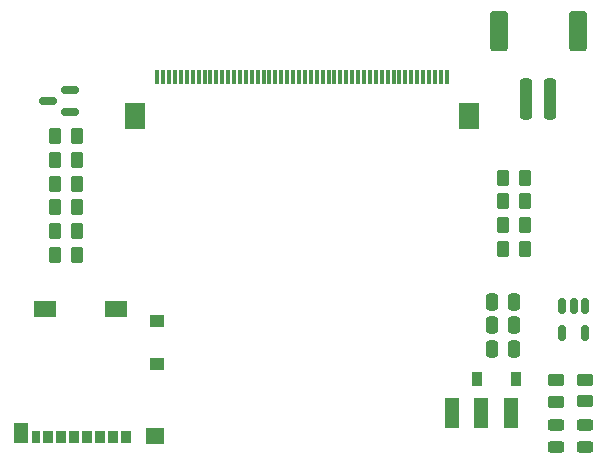
<source format=gbr>
%TF.GenerationSoftware,KiCad,Pcbnew,(6.0.6)*%
%TF.CreationDate,2022-12-20T00:37:19-06:00*%
%TF.ProjectId,Realm Card,5265616c-6d20-4436-9172-642e6b696361,A*%
%TF.SameCoordinates,Original*%
%TF.FileFunction,Paste,Top*%
%TF.FilePolarity,Positive*%
%FSLAX46Y46*%
G04 Gerber Fmt 4.6, Leading zero omitted, Abs format (unit mm)*
G04 Created by KiCad (PCBNEW (6.0.6)) date 2022-12-20 00:37:19*
%MOMM*%
%LPD*%
G01*
G04 APERTURE LIST*
G04 Aperture macros list*
%AMRoundRect*
0 Rectangle with rounded corners*
0 $1 Rounding radius*
0 $2 $3 $4 $5 $6 $7 $8 $9 X,Y pos of 4 corners*
0 Add a 4 corners polygon primitive as box body*
4,1,4,$2,$3,$4,$5,$6,$7,$8,$9,$2,$3,0*
0 Add four circle primitives for the rounded corners*
1,1,$1+$1,$2,$3*
1,1,$1+$1,$4,$5*
1,1,$1+$1,$6,$7*
1,1,$1+$1,$8,$9*
0 Add four rect primitives between the rounded corners*
20,1,$1+$1,$2,$3,$4,$5,0*
20,1,$1+$1,$4,$5,$6,$7,0*
20,1,$1+$1,$6,$7,$8,$9,0*
20,1,$1+$1,$8,$9,$2,$3,0*%
G04 Aperture macros list end*
%ADD10RoundRect,0.150000X-0.150000X0.512500X-0.150000X-0.512500X0.150000X-0.512500X0.150000X0.512500X0*%
%ADD11RoundRect,0.250000X-0.262500X-0.450000X0.262500X-0.450000X0.262500X0.450000X-0.262500X0.450000X0*%
%ADD12RoundRect,0.250000X0.262500X0.450000X-0.262500X0.450000X-0.262500X-0.450000X0.262500X-0.450000X0*%
%ADD13RoundRect,0.250000X-0.250000X-0.475000X0.250000X-0.475000X0.250000X0.475000X-0.250000X0.475000X0*%
%ADD14R,0.900000X1.200000*%
%ADD15RoundRect,0.243750X0.456250X-0.243750X0.456250X0.243750X-0.456250X0.243750X-0.456250X-0.243750X0*%
%ADD16R,0.850000X1.100000*%
%ADD17R,0.750000X1.100000*%
%ADD18R,1.200000X1.000000*%
%ADD19R,1.900000X1.350000*%
%ADD20R,1.170000X1.800000*%
%ADD21R,1.550000X1.350000*%
%ADD22RoundRect,0.250000X-0.450000X0.262500X-0.450000X-0.262500X0.450000X-0.262500X0.450000X0.262500X0*%
%ADD23RoundRect,0.250000X0.250000X1.500000X-0.250000X1.500000X-0.250000X-1.500000X0.250000X-1.500000X0*%
%ADD24RoundRect,0.250001X0.499999X1.449999X-0.499999X1.449999X-0.499999X-1.449999X0.499999X-1.449999X0*%
%ADD25R,1.250000X2.500000*%
%ADD26R,0.300000X1.300000*%
%ADD27R,1.800000X2.200000*%
%ADD28RoundRect,0.243750X-0.456250X0.243750X-0.456250X-0.243750X0.456250X-0.243750X0.456250X0.243750X0*%
%ADD29RoundRect,0.150000X0.587500X0.150000X-0.587500X0.150000X-0.587500X-0.150000X0.587500X-0.150000X0*%
G04 APERTURE END LIST*
D10*
%TO.C,U1*%
X48950000Y-25862500D03*
X48000000Y-25862500D03*
X47050000Y-25862500D03*
X47050000Y-28137500D03*
X48950000Y-28137500D03*
%TD*%
D11*
%TO.C,R5*%
X42050000Y-21000000D03*
X43875000Y-21000000D03*
%TD*%
D12*
%TO.C,R3*%
X43875000Y-19000000D03*
X42050000Y-19000000D03*
%TD*%
D11*
%TO.C,R2*%
X4087500Y-21500000D03*
X5912500Y-21500000D03*
%TD*%
%TO.C,R10*%
X4087500Y-15500000D03*
X5912500Y-15500000D03*
%TD*%
D13*
%TO.C,C1*%
X41050000Y-29500000D03*
X42950000Y-29500000D03*
%TD*%
D11*
%TO.C,R11*%
X4087500Y-13500000D03*
X5912500Y-13500000D03*
%TD*%
D14*
%TO.C,D3*%
X43150000Y-32000000D03*
X39850000Y-32000000D03*
%TD*%
D11*
%TO.C,R9*%
X4087500Y-19500000D03*
X5912500Y-19500000D03*
%TD*%
D15*
%TO.C,D2*%
X49000000Y-37805500D03*
X49000000Y-35930500D03*
%TD*%
D16*
%TO.C,J2*%
X10105000Y-36950000D03*
X9005000Y-36950000D03*
X7905000Y-36950000D03*
X6805000Y-36950000D03*
X5705000Y-36950000D03*
X4605000Y-36950000D03*
X3505000Y-36950000D03*
D17*
X2455000Y-36950000D03*
D18*
X12740000Y-30800000D03*
X12740000Y-27100000D03*
D19*
X3270000Y-26125000D03*
D20*
X1245000Y-36600000D03*
D21*
X12565000Y-36825000D03*
D19*
X9240000Y-26125000D03*
%TD*%
D11*
%TO.C,R8*%
X4087500Y-17500000D03*
X5912500Y-17500000D03*
%TD*%
D22*
%TO.C,R6*%
X46500000Y-32145500D03*
X46500000Y-33970500D03*
%TD*%
D12*
%TO.C,R12*%
X5912500Y-11500000D03*
X4087500Y-11500000D03*
%TD*%
%TO.C,R1*%
X43875000Y-15000000D03*
X42050000Y-15000000D03*
%TD*%
D13*
%TO.C,C2*%
X41050000Y-25500000D03*
X42950000Y-25500000D03*
%TD*%
D23*
%TO.C,J3*%
X46000000Y-8350000D03*
X44000000Y-8350000D03*
D24*
X48350000Y-2600000D03*
X41650000Y-2600000D03*
%TD*%
D25*
%TO.C,SW1*%
X37670000Y-34880000D03*
X40170000Y-34880000D03*
X42670000Y-34880000D03*
%TD*%
D11*
%TO.C,R4*%
X42050000Y-17000000D03*
X43875000Y-17000000D03*
%TD*%
D13*
%TO.C,C3*%
X41050000Y-27500000D03*
X42950000Y-27500000D03*
%TD*%
D26*
%TO.C,J4*%
X12750000Y-6490000D03*
X13250000Y-6490000D03*
X13750000Y-6490000D03*
X14250000Y-6490000D03*
X14750000Y-6490000D03*
X15250000Y-6490000D03*
X15750000Y-6490000D03*
X16250000Y-6490000D03*
X16750000Y-6490000D03*
X17250000Y-6490000D03*
X17750000Y-6490000D03*
X18250000Y-6490000D03*
X18750000Y-6490000D03*
X19250000Y-6490000D03*
X19750000Y-6490000D03*
X20250000Y-6490000D03*
X20750000Y-6490000D03*
X21250000Y-6490000D03*
X21750000Y-6490000D03*
X22250000Y-6490000D03*
X22750000Y-6490000D03*
X23250000Y-6490000D03*
X23750000Y-6490000D03*
X24250000Y-6490000D03*
X24750000Y-6490000D03*
X25250000Y-6490000D03*
X25750000Y-6490000D03*
X26250000Y-6490000D03*
X26750000Y-6490000D03*
X27250000Y-6490000D03*
X27750000Y-6490000D03*
X28250000Y-6490000D03*
X28750000Y-6490000D03*
X29250000Y-6490000D03*
X29750000Y-6490000D03*
X30250000Y-6490000D03*
X30750000Y-6490000D03*
X31250000Y-6490000D03*
X31750000Y-6490000D03*
X32250000Y-6490000D03*
X32750000Y-6490000D03*
X33250000Y-6490000D03*
X33750000Y-6490000D03*
X34250000Y-6490000D03*
X34750000Y-6490000D03*
X35250000Y-6490000D03*
X35750000Y-6490000D03*
X36250000Y-6490000D03*
X36750000Y-6490000D03*
X37250000Y-6490000D03*
D27*
X39150000Y-9740000D03*
X10850000Y-9740000D03*
%TD*%
D28*
%TO.C,D1*%
X46500000Y-35930500D03*
X46500000Y-37805500D03*
%TD*%
D22*
%TO.C,R7*%
X49000000Y-32087500D03*
X49000000Y-33912500D03*
%TD*%
D29*
%TO.C,U2*%
X5375000Y-9450000D03*
X5375000Y-7550000D03*
X3500000Y-8500000D03*
%TD*%
M02*

</source>
